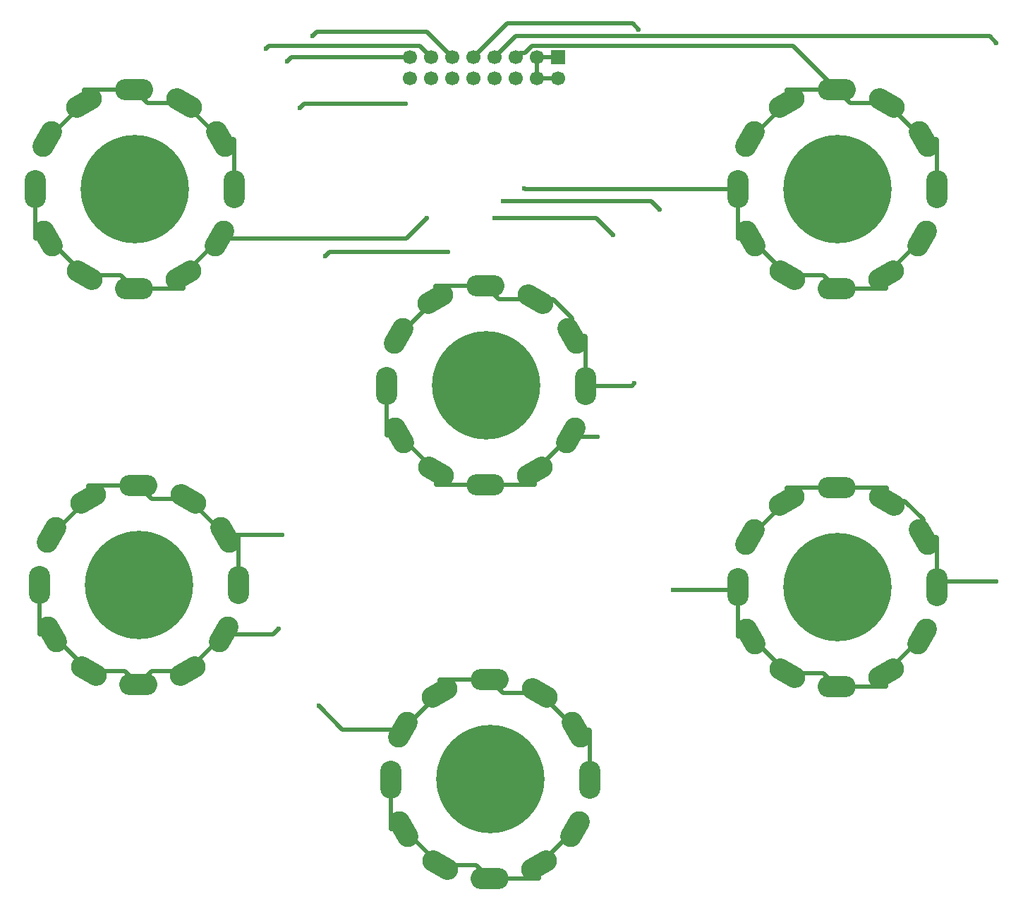
<source format=gbr>
%TF.GenerationSoftware,KiCad,Pcbnew,(6.0.10)*%
%TF.CreationDate,2023-01-12T16:06:26-05:00*%
%TF.ProjectId,pump_board,70756d70-5f62-46f6-9172-642e6b696361,rev?*%
%TF.SameCoordinates,Original*%
%TF.FileFunction,Copper,L2,Bot*%
%TF.FilePolarity,Positive*%
%FSLAX46Y46*%
G04 Gerber Fmt 4.6, Leading zero omitted, Abs format (unit mm)*
G04 Created by KiCad (PCBNEW (6.0.10)) date 2023-01-12 16:06:26*
%MOMM*%
%LPD*%
G01*
G04 APERTURE LIST*
G04 Aperture macros list*
%AMHorizOval*
0 Thick line with rounded ends*
0 $1 width*
0 $2 $3 position (X,Y) of the first rounded end (center of the circle)*
0 $4 $5 position (X,Y) of the second rounded end (center of the circle)*
0 Add line between two ends*
20,1,$1,$2,$3,$4,$5,0*
0 Add two circle primitives to create the rounded ends*
1,1,$1,$2,$3*
1,1,$1,$4,$5*%
G04 Aperture macros list end*
%TA.AperFunction,ComponentPad*%
%ADD10HorizOval,2.540000X-0.508000X0.879882X0.508000X-0.879882X0*%
%TD*%
%TA.AperFunction,ComponentPad*%
%ADD11HorizOval,2.540000X-0.508000X-0.879882X0.508000X0.879882X0*%
%TD*%
%TA.AperFunction,ComponentPad*%
%ADD12O,4.572000X2.540000*%
%TD*%
%TA.AperFunction,ComponentPad*%
%ADD13HorizOval,2.540000X-0.879882X0.508000X0.879882X-0.508000X0*%
%TD*%
%TA.AperFunction,ComponentPad*%
%ADD14HorizOval,2.540000X-0.879882X-0.508000X0.879882X0.508000X0*%
%TD*%
%TA.AperFunction,ComponentPad*%
%ADD15O,2.540000X4.572000*%
%TD*%
%TA.AperFunction,WasherPad*%
%ADD16C,13.000000*%
%TD*%
%TA.AperFunction,ComponentPad*%
%ADD17R,1.700000X1.700000*%
%TD*%
%TA.AperFunction,ComponentPad*%
%ADD18C,1.700000*%
%TD*%
%TA.AperFunction,ViaPad*%
%ADD19C,0.600000*%
%TD*%
%TA.AperFunction,Conductor*%
%ADD20C,0.508000*%
%TD*%
G04 APERTURE END LIST*
D10*
%TO.P,U5,2,NEG(-)*%
%TO.N,Net-(U5-Pad2)*%
X158617058Y-151054024D03*
D11*
X137845900Y-151060774D03*
D12*
X148227812Y-145065179D03*
D13*
X154226169Y-146666909D03*
D14*
X142232217Y-146666909D03*
D15*
X160229098Y-157049618D03*
D14*
%TO.P,U5,1,POS(+)*%
%TO.N,Net-(U5-Pad1)*%
X154170218Y-167344131D03*
D12*
X148227813Y-168941178D03*
D10*
X137939836Y-162992024D03*
D13*
X142288170Y-167344131D03*
D15*
X136353098Y-157049619D03*
D11*
X158523122Y-162998773D03*
D16*
%TO.P,U5,*%
%TO.N,*%
X148354039Y-157001322D03*
%TD*%
D14*
%TO.P,U1,2,NEG(-)*%
%TO.N,Net-(U1-Pad2)*%
X58412217Y-146412909D03*
D11*
X54025900Y-150806774D03*
D12*
X64407812Y-144811179D03*
D13*
X70406169Y-146412909D03*
D15*
X76409098Y-156795618D03*
D10*
X74797058Y-150800024D03*
D13*
%TO.P,U1,1,POS(+)*%
%TO.N,Net-(U1-Pad1)*%
X58468170Y-167090131D03*
D14*
X70350218Y-167090131D03*
D15*
X52533098Y-156795619D03*
D10*
X54119836Y-162738024D03*
D11*
X74703122Y-162744773D03*
D12*
X64407813Y-168687178D03*
D16*
%TO.P,U1,*%
%TO.N,*%
X64534039Y-156747322D03*
%TD*%
%TO.P,U2,*%
%TO.N,*%
X64026039Y-109249322D03*
D13*
%TO.P,U2,1,POS(+)*%
%TO.N,Net-(U2-Pad1)*%
X57960170Y-119592131D03*
D12*
X63899813Y-121189178D03*
D11*
X74195122Y-115246773D03*
D15*
X52025098Y-109297619D03*
D10*
X53611836Y-115240024D03*
D14*
X69842218Y-119592131D03*
D15*
%TO.P,U2,2,NEG(-)*%
%TO.N,Net-(U2-Pad2)*%
X75901098Y-109297618D03*
D14*
X57904217Y-98914909D03*
D12*
X63899812Y-97313179D03*
D13*
X69898169Y-98914909D03*
D11*
X53517900Y-103308774D03*
D10*
X74289058Y-103302024D03*
%TD*%
D16*
%TO.P,U3,*%
%TO.N,*%
X106698039Y-180084144D03*
D11*
%TO.P,U3,1,POS(+)*%
%TO.N,Net-(U3-Pad1)*%
X116867122Y-186081595D03*
D10*
X96283836Y-186074846D03*
D15*
X94697098Y-180132441D03*
D12*
X106571813Y-192024000D03*
D13*
X100632170Y-190426953D03*
D14*
X112514218Y-190426953D03*
D12*
%TO.P,U3,2,NEG(-)*%
%TO.N,Net-(U3-Pad2)*%
X106571812Y-168148001D03*
D10*
X116961058Y-174136846D03*
D14*
X100576217Y-169749731D03*
D11*
X96189900Y-174143596D03*
D13*
X112570169Y-169749731D03*
D15*
X118573098Y-180132440D03*
%TD*%
D16*
%TO.P,U4,*%
%TO.N,*%
X106190039Y-132840144D03*
D15*
%TO.P,U4,1,POS(+)*%
%TO.N,Net-(U4-Pad1)*%
X94189098Y-132888441D03*
D12*
X106063813Y-144780000D03*
D13*
X100124170Y-143182953D03*
D11*
X116359122Y-138837595D03*
D10*
X95775836Y-138830846D03*
D14*
X112006218Y-143182953D03*
D11*
%TO.P,U4,2,NEG(-)*%
%TO.N,Net-(U4-Pad2)*%
X95681900Y-126899596D03*
D14*
X100068217Y-122505731D03*
D13*
X112062169Y-122505731D03*
D10*
X116453058Y-126892846D03*
D15*
X118065098Y-132888440D03*
D12*
X106063812Y-120904001D03*
%TD*%
D16*
%TO.P,U6,*%
%TO.N,*%
X148354039Y-109249322D03*
D12*
%TO.P,U6,1,POS(+)*%
%TO.N,Net-(U6-Pad1)*%
X148227813Y-121189178D03*
D11*
X158523122Y-115246773D03*
D13*
X142288170Y-119592131D03*
D10*
X137939836Y-115240024D03*
D14*
X154170218Y-119592131D03*
D15*
X136353098Y-109297619D03*
D12*
%TO.P,U6,2,NEG(-)*%
%TO.N,Net-(U6-Pad2)*%
X148227812Y-97313179D03*
D10*
X158617058Y-103302024D03*
D13*
X154226169Y-98914909D03*
D11*
X137845900Y-103308774D03*
D15*
X160229098Y-109297618D03*
D14*
X142232217Y-98914909D03*
%TD*%
D17*
%TO.P,J1,1,Pin_1*%
%TO.N,/x*%
X114808000Y-93472000D03*
D18*
%TO.P,J1,2,Pin_2*%
X114808000Y-96012000D03*
%TO.P,J1,3,Pin_3*%
X112268000Y-93472000D03*
%TO.P,J1,4,Pin_4*%
X112268000Y-96012000D03*
%TO.P,J1,5,Pin_5*%
%TO.N,Net-(U6-Pad2)*%
X109728000Y-93472000D03*
%TO.P,J1,6,Pin_6*%
%TO.N,Net-(U6-Pad1)*%
X109728000Y-96012000D03*
%TO.P,J1,7,Pin_7*%
%TO.N,Net-(U5-Pad2)*%
X107188000Y-93472000D03*
%TO.P,J1,8,Pin_8*%
%TO.N,Net-(U5-Pad1)*%
X107188000Y-96012000D03*
%TO.P,J1,9,Pin_9*%
%TO.N,Net-(U4-Pad2)*%
X104648000Y-93472000D03*
%TO.P,J1,10,Pin_10*%
%TO.N,Net-(U4-Pad1)*%
X104648000Y-96012000D03*
%TO.P,J1,11,Pin_11*%
%TO.N,Net-(U3-Pad2)*%
X102108000Y-93472000D03*
%TO.P,J1,12,Pin_12*%
%TO.N,Net-(U3-Pad1)*%
X102108000Y-96012000D03*
%TO.P,J1,13,Pin_13*%
%TO.N,Net-(U2-Pad2)*%
X99568000Y-93472000D03*
%TO.P,J1,14,Pin_14*%
%TO.N,Net-(U2-Pad1)*%
X99568000Y-96012000D03*
%TO.P,J1,15,Pin_15*%
%TO.N,Net-(U1-Pad2)*%
X97028000Y-93472000D03*
%TO.P,J1,16,Pin_16*%
%TO.N,Net-(U1-Pad1)*%
X97028000Y-96012000D03*
%TD*%
D19*
%TO.N,Net-(U4-Pad2)*%
X124460000Y-90124500D03*
%TO.N,Net-(U3-Pad1)*%
X86868000Y-117348000D03*
%TO.N,Net-(U4-Pad2)*%
X123952000Y-132588000D03*
X112062169Y-122505731D03*
%TO.N,Net-(U3-Pad2)*%
X86060500Y-171284543D03*
X85344000Y-90932000D03*
%TO.N,Net-(U4-Pad1)*%
X119535178Y-139036822D03*
X121412000Y-114808000D03*
X107188000Y-112776000D03*
%TO.N,Net-(U3-Pad1)*%
X101600000Y-116840000D03*
%TO.N,Net-(U5-Pad1)*%
X128634000Y-157370000D03*
X108204000Y-110744000D03*
X127000000Y-111760000D03*
%TO.N,Net-(U5-Pad2)*%
X167410000Y-91718000D03*
%TO.N,Net-(U6-Pad1)*%
X110744000Y-109220000D03*
%TO.N,Net-(U2-Pad1)*%
X99060000Y-112776000D03*
%TO.N,Net-(U2-Pad2)*%
X79756000Y-92456000D03*
%TO.N,Net-(U1-Pad2)*%
X81712024Y-150800024D03*
X82296000Y-93980000D03*
%TO.N,Net-(U1-Pad1)*%
X83820000Y-99568000D03*
X96520000Y-99060000D03*
X81288000Y-162060000D03*
%TO.N,Net-(U5-Pad2)*%
X167410000Y-156380000D03*
%TD*%
D20*
%TO.N,Net-(U4-Pad2)*%
X123743500Y-89408000D02*
X124460000Y-90124500D01*
X104648000Y-93472000D02*
X108712000Y-89408000D01*
X108712000Y-89408000D02*
X123743500Y-89408000D01*
%TO.N,Net-(U5-Pad2)*%
X166624000Y-90932000D02*
X167410000Y-91718000D01*
X107188000Y-93472000D02*
X109728000Y-90932000D01*
X109728000Y-90932000D02*
X166624000Y-90932000D01*
%TO.N,Net-(U6-Pad2)*%
X143028633Y-92114000D02*
X148227812Y-97313179D01*
X111654926Y-92114000D02*
X143028633Y-92114000D01*
X110829425Y-92939501D02*
X111654926Y-92114000D01*
X109728000Y-93472000D02*
X110260499Y-92939501D01*
X110260499Y-92939501D02*
X110829425Y-92939501D01*
%TO.N,Net-(U3-Pad2)*%
X96189900Y-174143596D02*
X88919553Y-174143596D01*
%TO.N,Net-(U3-Pad1)*%
X87376000Y-116840000D02*
X86868000Y-117348000D01*
%TO.N,Net-(U3-Pad2)*%
X88919553Y-174143596D02*
X86060500Y-171284543D01*
%TO.N,Net-(U3-Pad1)*%
X101600000Y-116840000D02*
X87376000Y-116840000D01*
%TO.N,Net-(U4-Pad2)*%
X123651560Y-132888440D02*
X118065098Y-132888440D01*
X123952000Y-132588000D02*
X123651560Y-132888440D01*
%TO.N,Net-(U6-Pad1)*%
X110744000Y-109220000D02*
X110821619Y-109297619D01*
X110821619Y-109297619D02*
X136353098Y-109297619D01*
%TO.N,/x*%
X114808000Y-93472000D02*
X112268000Y-93472000D01*
X114808000Y-96012000D02*
X112268000Y-96012000D01*
X112268000Y-93472000D02*
X112268000Y-96012000D01*
%TO.N,Net-(U3-Pad2)*%
X86360000Y-90424000D02*
X85852000Y-90424000D01*
X102108000Y-93472000D02*
X99060000Y-90424000D01*
X99060000Y-90424000D02*
X86360000Y-90424000D01*
X85852000Y-90424000D02*
X85344000Y-90932000D01*
%TO.N,Net-(U4-Pad1)*%
X119535178Y-139036822D02*
X116558349Y-139036822D01*
X119380000Y-112776000D02*
X121412000Y-114808000D01*
X107188000Y-112776000D02*
X119380000Y-112776000D01*
%TO.N,Net-(U5-Pad1)*%
X128634000Y-157370000D02*
X136032717Y-157370000D01*
X108204000Y-110744000D02*
X125984000Y-110744000D01*
X125984000Y-110744000D02*
X127000000Y-111760000D01*
%TO.N,Net-(U2-Pad1)*%
X99060000Y-112776000D02*
X96589227Y-115246773D01*
X96589227Y-115246773D02*
X74195122Y-115246773D01*
%TO.N,Net-(U2-Pad2)*%
X80098000Y-92114000D02*
X79756000Y-92456000D01*
X98210000Y-92114000D02*
X80098000Y-92114000D01*
X99568000Y-93472000D02*
X98210000Y-92114000D01*
%TO.N,Net-(U1-Pad2)*%
X74797058Y-150800024D02*
X81712024Y-150800024D01*
X82804000Y-93472000D02*
X82296000Y-93980000D01*
X97028000Y-93472000D02*
X82804000Y-93472000D01*
%TO.N,Net-(U1-Pad1)*%
X84328000Y-99060000D02*
X83820000Y-99568000D01*
X96520000Y-99060000D02*
X84328000Y-99060000D01*
X80603227Y-162744773D02*
X74703122Y-162744773D01*
X81288000Y-162060000D02*
X80603227Y-162744773D01*
%TO.N,Net-(U6-Pad1)*%
X142288170Y-119588358D02*
X142288170Y-119592131D01*
X148227813Y-121189178D02*
X154139640Y-121189178D01*
X154170218Y-121158600D02*
X154170218Y-119592131D01*
X136373367Y-115240024D02*
X137939836Y-115240024D01*
X158515576Y-115246773D02*
X158523122Y-115246773D01*
X146630766Y-119592131D02*
X148227813Y-121189178D01*
X154170218Y-119592131D02*
X158515576Y-115246773D01*
X137939836Y-115240024D02*
X142288170Y-119588358D01*
X142288170Y-119592131D02*
X146630766Y-119592131D01*
X154139640Y-121189178D02*
X154170218Y-121158600D01*
X136353098Y-115219755D02*
X136373367Y-115240024D01*
X136353098Y-109297619D02*
X136353098Y-115219755D01*
%TO.N,Net-(U6-Pad2)*%
X160229098Y-109297618D02*
X160229098Y-103347595D01*
X137845900Y-103301226D02*
X137845900Y-103308774D01*
X148227812Y-97313179D02*
X142267478Y-97313179D01*
X154226169Y-98914909D02*
X158613284Y-103302024D01*
X142232217Y-97348440D02*
X142232217Y-98914909D01*
X158613284Y-103302024D02*
X158617058Y-103302024D01*
X160229098Y-103347595D02*
X160183527Y-103302024D01*
X142232217Y-98914909D02*
X137845900Y-103301226D01*
X154226169Y-98914909D02*
X149829542Y-98914909D01*
X160183527Y-103302024D02*
X158617058Y-103302024D01*
X142267478Y-97313179D02*
X142232217Y-97348440D01*
X149829542Y-98914909D02*
X148227812Y-97313179D01*
%TO.N,Net-(U5-Pad1)*%
X154170218Y-168910600D02*
X154170218Y-167344131D01*
X158515576Y-162998773D02*
X158523122Y-162998773D01*
X148227813Y-168941178D02*
X154139640Y-168941178D01*
X146630766Y-167344131D02*
X148227813Y-168941178D01*
X154170218Y-167344131D02*
X158515576Y-162998773D01*
X136032717Y-157370000D02*
X136353098Y-157049619D01*
X136353098Y-162971755D02*
X136373367Y-162992024D01*
X136353098Y-157049619D02*
X136353098Y-162971755D01*
X154139640Y-168941178D02*
X154170218Y-168910600D01*
X142288170Y-167340358D02*
X142288170Y-167344131D01*
X137939836Y-162992024D02*
X142288170Y-167340358D01*
X136373367Y-162992024D02*
X137939836Y-162992024D01*
X142288170Y-167344131D02*
X146630766Y-167344131D01*
%TO.N,Net-(U5-Pad2)*%
X137845900Y-151053226D02*
X137845900Y-151060774D01*
X158617058Y-148915070D02*
X156368897Y-146666909D01*
X158617058Y-151054024D02*
X158617058Y-148915070D01*
X167410000Y-156380000D02*
X160898716Y-156380000D01*
X142232217Y-145100440D02*
X142232217Y-146666909D01*
X160898716Y-156380000D02*
X160229098Y-157049618D01*
X148227812Y-145065179D02*
X154190908Y-145065179D01*
X156368897Y-146666909D02*
X156365123Y-146666909D01*
X142267478Y-145065179D02*
X142232217Y-145100440D01*
X148227812Y-145065179D02*
X142267478Y-145065179D01*
X160183527Y-151054024D02*
X158617058Y-151054024D01*
X160229098Y-151099595D02*
X160183527Y-151054024D01*
X154226169Y-145100440D02*
X154226169Y-146666909D01*
X154190908Y-145065179D02*
X154226169Y-145100440D01*
X160229098Y-157049618D02*
X160229098Y-151099595D01*
X142232217Y-146666909D02*
X137845900Y-151053226D01*
X156365123Y-146666909D02*
X154226169Y-146666909D01*
%TO.N,Net-(U4-Pad1)*%
X94189098Y-132888441D02*
X94189098Y-138810577D01*
X112006218Y-143182953D02*
X116351576Y-138837595D01*
X111975640Y-144780000D02*
X112006218Y-144749422D01*
X100124170Y-143179180D02*
X100124170Y-143182953D01*
X112006218Y-144749422D02*
X112006218Y-143182953D01*
X95775836Y-138830846D02*
X100124170Y-143179180D01*
X106063813Y-144780000D02*
X100154748Y-144780000D01*
X106063813Y-144780000D02*
X111975640Y-144780000D01*
X100154748Y-144780000D02*
X100124170Y-144749422D01*
X100124170Y-144749422D02*
X100124170Y-143182953D01*
X116351576Y-138837595D02*
X116359122Y-138837595D01*
X116558349Y-139036822D02*
X116359122Y-138837595D01*
X94209367Y-138830846D02*
X95775836Y-138830846D01*
X94189098Y-138810577D02*
X94209367Y-138830846D01*
%TO.N,Net-(U4-Pad2)*%
X100068217Y-122513279D02*
X100068217Y-122505731D01*
X114201123Y-122505731D02*
X112062169Y-122505731D01*
X116453058Y-124753892D02*
X114204897Y-122505731D01*
X112062169Y-122505731D02*
X107665542Y-122505731D01*
X116453058Y-126892846D02*
X116453058Y-124753892D01*
X106063812Y-120904001D02*
X100103478Y-120904001D01*
X100068217Y-120939262D02*
X100068217Y-122505731D01*
X107665542Y-122505731D02*
X106063812Y-120904001D01*
X118019527Y-126892846D02*
X116453058Y-126892846D01*
X114204897Y-122505731D02*
X114201123Y-122505731D01*
X118065098Y-132888440D02*
X118065098Y-126938417D01*
X100103478Y-120904001D02*
X100068217Y-120939262D01*
X95681900Y-126899596D02*
X100068217Y-122513279D01*
X118065098Y-126938417D02*
X118019527Y-126892846D01*
%TO.N,Net-(U3-Pad1)*%
X100632170Y-190426953D02*
X104974766Y-190426953D01*
X94697098Y-186054577D02*
X94717367Y-186074846D01*
X100632170Y-190423180D02*
X100632170Y-190426953D01*
X116867122Y-186081595D02*
X112521764Y-190426953D01*
X94717367Y-186074846D02*
X96283836Y-186074846D01*
X106571813Y-192024000D02*
X112483640Y-192024000D01*
X104974766Y-190426953D02*
X106571813Y-192024000D01*
X94697098Y-180132441D02*
X94697098Y-186054577D01*
X112521764Y-190426953D02*
X112514218Y-190426953D01*
X112483640Y-192024000D02*
X112514218Y-191993422D01*
X112514218Y-191993422D02*
X112514218Y-190426953D01*
X96283836Y-186074846D02*
X100632170Y-190423180D01*
%TO.N,Net-(U3-Pad2)*%
X116961058Y-174136846D02*
X112573943Y-169749731D01*
X112573943Y-169749731D02*
X112570169Y-169749731D01*
X106571812Y-168148001D02*
X100611478Y-168148001D01*
X100611478Y-168148001D02*
X100576217Y-168183262D01*
X100576217Y-168183262D02*
X100576217Y-169749731D01*
X118527527Y-174136846D02*
X116961058Y-174136846D01*
X118573098Y-174182417D02*
X118527527Y-174136846D01*
X108173542Y-169749731D02*
X106571812Y-168148001D01*
X112570169Y-169749731D02*
X108173542Y-169749731D01*
X118573098Y-180132440D02*
X118573098Y-174182417D01*
X96189900Y-174136048D02*
X96189900Y-174143596D01*
X100576217Y-169749731D02*
X96189900Y-174136048D01*
%TO.N,Net-(U2-Pad1)*%
X52025098Y-115219755D02*
X52045367Y-115240024D01*
X63899813Y-121189178D02*
X69811640Y-121189178D01*
X53611836Y-115240024D02*
X57960170Y-119588358D01*
X52045367Y-115240024D02*
X53611836Y-115240024D01*
X69811640Y-121189178D02*
X69842218Y-121158600D01*
X62302766Y-119592131D02*
X63899813Y-121189178D01*
X74187576Y-115246773D02*
X74195122Y-115246773D01*
X57960170Y-119592131D02*
X62302766Y-119592131D01*
X52025098Y-109297619D02*
X52025098Y-115219755D01*
X69842218Y-121158600D02*
X69842218Y-119592131D01*
X57960170Y-119588358D02*
X57960170Y-119592131D01*
X69842218Y-119592131D02*
X74187576Y-115246773D01*
%TO.N,Net-(U2-Pad2)*%
X69901943Y-98914909D02*
X69898169Y-98914909D01*
X75855527Y-103302024D02*
X74289058Y-103302024D01*
X57904217Y-97348440D02*
X57904217Y-98914909D01*
X57904217Y-98914909D02*
X53517900Y-103301226D01*
X63899812Y-97313179D02*
X57939478Y-97313179D01*
X65501542Y-98914909D02*
X63899812Y-97313179D01*
X69898169Y-98914909D02*
X65501542Y-98914909D01*
X74289058Y-103302024D02*
X69901943Y-98914909D01*
X75901098Y-103347595D02*
X75855527Y-103302024D01*
X75901098Y-109297618D02*
X75901098Y-103347595D01*
X57939478Y-97313179D02*
X57904217Y-97348440D01*
X53517900Y-103301226D02*
X53517900Y-103308774D01*
%TO.N,Net-(U1-Pad1)*%
X52553367Y-162738024D02*
X54119836Y-162738024D01*
X58468170Y-167090131D02*
X62810766Y-167090131D01*
X74695576Y-162744773D02*
X74703122Y-162744773D01*
X52533098Y-156795619D02*
X52533098Y-162717755D01*
X58468170Y-167086358D02*
X58468170Y-167090131D01*
X54119836Y-162738024D02*
X58468170Y-167086358D01*
X66004860Y-167090131D02*
X64407813Y-168687178D01*
X70350218Y-167090131D02*
X74695576Y-162744773D01*
X70350218Y-167090131D02*
X66004860Y-167090131D01*
X62810766Y-167090131D02*
X64407813Y-168687178D01*
X52533098Y-162717755D02*
X52553367Y-162738024D01*
%TO.N,Net-(U1-Pad2)*%
X54025900Y-150799226D02*
X54025900Y-150806774D01*
X76363527Y-150800024D02*
X74797058Y-150800024D01*
X70406169Y-146412909D02*
X66009542Y-146412909D01*
X76409098Y-156795618D02*
X76409098Y-150845595D01*
X76409098Y-150845595D02*
X76363527Y-150800024D01*
X58447478Y-144811179D02*
X58412217Y-144846440D01*
X66009542Y-146412909D02*
X64407812Y-144811179D01*
X58412217Y-144846440D02*
X58412217Y-146412909D01*
X64407812Y-144811179D02*
X58447478Y-144811179D01*
X74797058Y-150800024D02*
X70409943Y-146412909D01*
X58412217Y-146412909D02*
X54025900Y-150799226D01*
X70409943Y-146412909D02*
X70406169Y-146412909D01*
%TD*%
M02*

</source>
